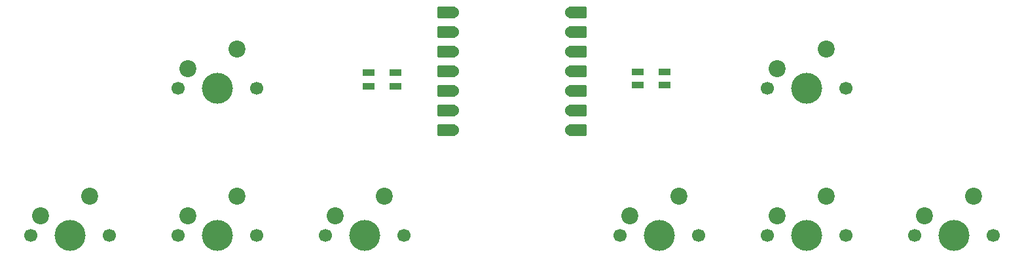
<source format=gts>
G04 #@! TF.GenerationSoftware,KiCad,Pcbnew,9.0.2*
G04 #@! TF.CreationDate,2025-11-24T09:54:34-06:00*
G04 #@! TF.ProjectId,Keypad,4b657970-6164-42e6-9b69-6361645f7063,rev?*
G04 #@! TF.SameCoordinates,Original*
G04 #@! TF.FileFunction,Soldermask,Top*
G04 #@! TF.FilePolarity,Negative*
%FSLAX46Y46*%
G04 Gerber Fmt 4.6, Leading zero omitted, Abs format (unit mm)*
G04 Created by KiCad (PCBNEW 9.0.2) date 2025-11-24 09:54:34*
%MOMM*%
%LPD*%
G01*
G04 APERTURE LIST*
G04 Aperture macros list*
%AMRoundRect*
0 Rectangle with rounded corners*
0 $1 Rounding radius*
0 $2 $3 $4 $5 $6 $7 $8 $9 X,Y pos of 4 corners*
0 Add a 4 corners polygon primitive as box body*
4,1,4,$2,$3,$4,$5,$6,$7,$8,$9,$2,$3,0*
0 Add four circle primitives for the rounded corners*
1,1,$1+$1,$2,$3*
1,1,$1+$1,$4,$5*
1,1,$1+$1,$6,$7*
1,1,$1+$1,$8,$9*
0 Add four rect primitives between the rounded corners*
20,1,$1+$1,$2,$3,$4,$5,0*
20,1,$1+$1,$4,$5,$6,$7,0*
20,1,$1+$1,$6,$7,$8,$9,0*
20,1,$1+$1,$8,$9,$2,$3,0*%
G04 Aperture macros list end*
%ADD10C,1.700000*%
%ADD11C,4.000000*%
%ADD12C,2.200000*%
%ADD13R,1.600000X0.850000*%
%ADD14RoundRect,0.152400X1.063600X0.609600X-1.063600X0.609600X-1.063600X-0.609600X1.063600X-0.609600X0*%
%ADD15C,1.524000*%
%ADD16RoundRect,0.152400X-1.063600X-0.609600X1.063600X-0.609600X1.063600X0.609600X-1.063600X0.609600X0*%
G04 APERTURE END LIST*
D10*
X175895000Y-80962500D03*
D11*
X180975000Y-80962500D03*
D10*
X186055000Y-80962500D03*
D12*
X183515000Y-75882500D03*
X177165000Y-78422500D03*
D10*
X99695000Y-80962500D03*
D11*
X104775000Y-80962500D03*
D10*
X109855000Y-80962500D03*
D12*
X107315000Y-75882500D03*
X100965000Y-78422500D03*
D10*
X156845000Y-100012500D03*
D11*
X161925000Y-100012500D03*
D10*
X167005000Y-100012500D03*
D12*
X164465000Y-94932500D03*
X158115000Y-97472500D03*
D10*
X99695000Y-100012500D03*
D11*
X104775000Y-100012500D03*
D10*
X109855000Y-100012500D03*
D12*
X107315000Y-94932500D03*
X100965000Y-97472500D03*
D10*
X80645000Y-100012500D03*
D11*
X85725000Y-100012500D03*
D10*
X90805000Y-100012500D03*
D12*
X88265000Y-94932500D03*
X81915000Y-97472500D03*
D10*
X194945000Y-100012500D03*
D11*
X200025000Y-100012500D03*
D10*
X205105000Y-100012500D03*
D12*
X202565000Y-94932500D03*
X196215000Y-97472500D03*
D10*
X118745000Y-100012500D03*
D11*
X123825000Y-100012500D03*
D10*
X128905000Y-100012500D03*
D12*
X126365000Y-94932500D03*
X120015000Y-97472500D03*
D10*
X175895000Y-100012500D03*
D11*
X180975000Y-100012500D03*
D10*
X186055000Y-100012500D03*
D12*
X183515000Y-94932500D03*
X177165000Y-97472500D03*
D13*
X159100000Y-78825000D03*
X159100000Y-80575000D03*
X162600000Y-80575000D03*
X162600000Y-78825000D03*
D14*
X134425000Y-71100000D03*
D15*
X135260000Y-71100000D03*
D14*
X134425000Y-73640000D03*
D15*
X135260000Y-73640000D03*
D14*
X134425000Y-76180000D03*
D15*
X135260000Y-76180000D03*
D14*
X134425000Y-78720000D03*
D15*
X135260000Y-78720000D03*
D14*
X134425000Y-81260000D03*
D15*
X135260000Y-81260000D03*
D14*
X134425000Y-83800000D03*
D15*
X135260000Y-83800000D03*
D14*
X134425000Y-86340000D03*
D15*
X135260000Y-86340000D03*
X150500000Y-86340000D03*
D16*
X151335000Y-86340000D03*
D15*
X150500000Y-83800000D03*
D16*
X151335000Y-83800000D03*
D15*
X150500000Y-81260000D03*
D16*
X151335000Y-81260000D03*
D15*
X150500000Y-78720000D03*
D16*
X151335000Y-78720000D03*
D15*
X150500000Y-76180000D03*
D16*
X151335000Y-76180000D03*
D15*
X150500000Y-73640000D03*
D16*
X151335000Y-73640000D03*
D15*
X150500000Y-71100000D03*
D16*
X151335000Y-71100000D03*
D13*
X124300000Y-78950000D03*
X124300000Y-80700000D03*
X127800000Y-80700000D03*
X127800000Y-78950000D03*
M02*

</source>
